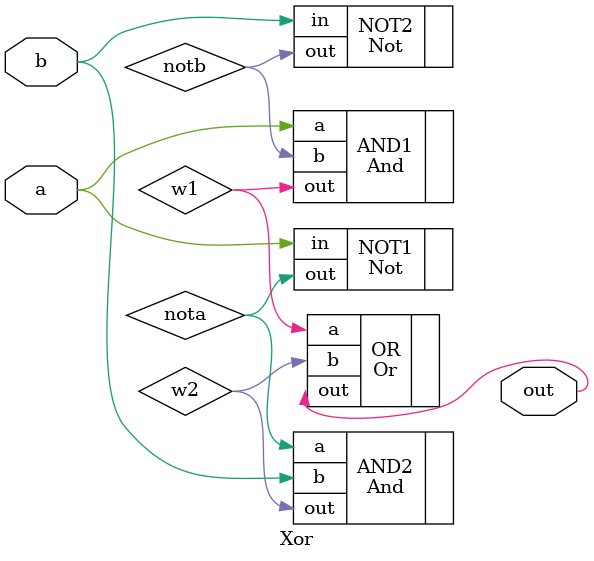
<source format=v>
/**
 * Exclusive-or gate:
 * out = not (a == b)
 */

`default_nettype none
module Xor(
	input a,
	input b,
	output out
);
  wire nota;        //new wire must be declared (as wire)
  wire notb;
  Not NOT1(.in(a), .out(nota));    //Every chip has an instance name (NOT1)
  Not NOT2(.in(b), .out(notb));    //this chip is named NOT2

  wire w1;
  wire w2;
  And AND1(.a(a),.b(notb),.out(w1));
  And AND2(.a(nota),.b(b),.out(w2));

  Or OR(.a(w1),.b(w2),.out(out));
endmodule

</source>
